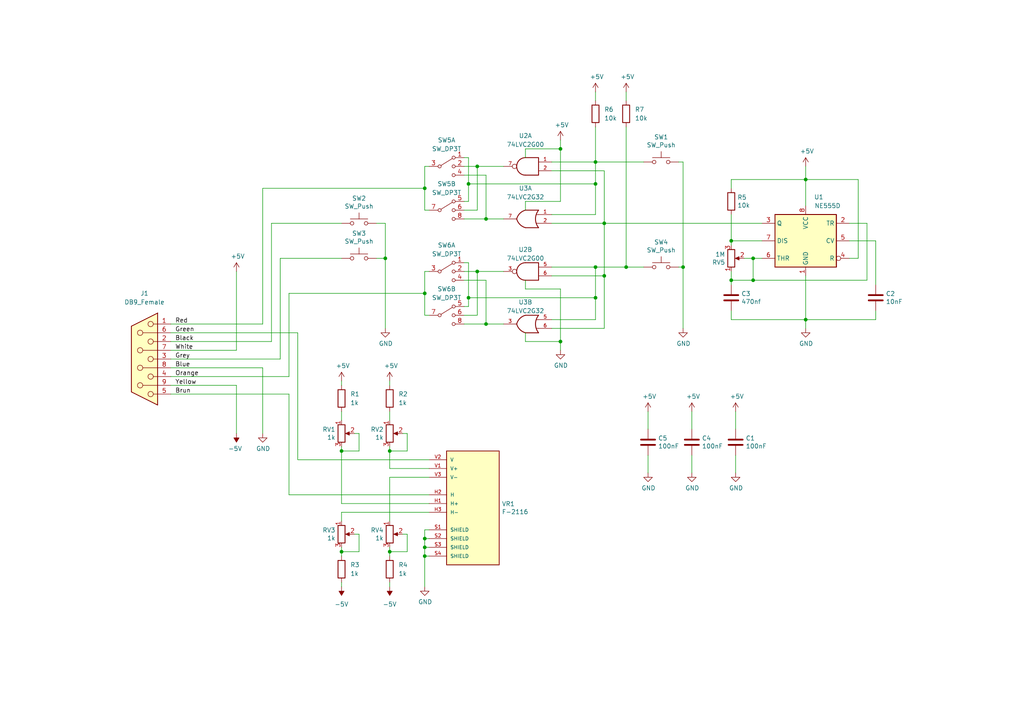
<source format=kicad_sch>
(kicad_sch (version 20211123) (generator eeschema)
  (paper "A4")
  (title_block (title "Vectrex Pad miniNeoGeo") (date "2022-04-20") (rev "1.1") (comment 1 "or send a letter to Creative Commons, PO Box 1866, Mountain View, CA 94042, USA.") (comment 2 "To view a copy of this license, visit http://creativecommons.org/licenses/by-sa/4.0/") (comment 3 "Attribution-ShareAlike 4.0 International License.") (comment 4 "This work is licensed under the Creative Commons"))
  (lib_symbols
    (symbol "74xGxx:74LVC2G00" (pin_names (offset 1.016))
      (property "Reference" "U" (at -2.54 3.81 0))
      (property "Value" "74LVC2G00" (at 0 -3.81 0))
      (symbol "74LVC2G00_0_1"
        (arc (start 0 -2.54) (mid 2.54 0) (end 0 2.54) (stroke (width 0.254)))
        (polyline (pts (xy 0 -2.54) (xy -3.81 -2.54) (xy -3.81 2.54) (xy 0 2.54)) (stroke (width 0.254)))
        (pin power_in line (at 0 -2.54 270) (length 0) hide (name "GND") (number "4"))
        (pin power_in line (at 0 2.54 90) (length 0) hide (name "VCC") (number "8"))
      )
      (symbol "74LVC2G00_1_1"
        (pin input line (at -7.62 1.27 0) (length 3.81) (name "~") (number "1"))
        (pin input line (at -7.62 -1.27 0) (length 3.81) (name "~") (number "2"))
        (pin output inverted (at 6.35 0 180) (length 3.81) (name "~") (number "7"))
      )
      (symbol "74LVC2G00_2_1"
        (pin output inverted (at 6.35 0 180) (length 3.81) (name "~") (number "3"))
        (pin input line (at -7.62 1.27 0) (length 3.81) (name "~") (number "5"))
        (pin input line (at -7.62 -1.27 0) (length 3.81) (name "~") (number "6"))
      )
    )
    (symbol "74xGxx:74LVC2G32" (pin_names (offset 1.016))
      (property "Reference" "U" (at -2.54 3.81 0))
      (property "Value" "74LVC2G32" (at 0 -3.81 0))
      (symbol "74LVC2G32_0_1"
        (arc (start -3.81 -2.54) (mid -2.919 0) (end -3.81 2.54) (stroke (width 0.254)))
        (arc (start 0 -2.54) (mid 1.601 -1.601) (end 2.54 0) (stroke (width 0.254)))
        (polyline (pts (xy -3.81 -1.27) (xy -3.175 -1.27)))
        (polyline (pts (xy -3.81 1.27) (xy -3.175 1.27)))
        (polyline (pts (xy 0 -2.54) (xy -3.81 -2.54)) (stroke (width 0.254)) (fill (type background)))
        (polyline (pts (xy 0 2.54) (xy -3.81 2.54)) (stroke (width 0.254)) (fill (type background)))
        (arc (start 2.54 0) (mid 1.6136 1.6136) (end 0 2.54) (stroke (width 0.254)))
        (pin power_in line (at 0 -2.54 270) (length 0) hide (name "GND") (number "4"))
        (pin power_in line (at 0 2.54 90) (length 0) hide (name "VCC") (number "8"))
      )
      (symbol "74LVC2G32_1_1"
        (pin input line (at -7.62 1.27 0) (length 3.81) (name "~") (number "1"))
        (pin input line (at -7.62 -1.27 0) (length 3.81) (name "~") (number "2"))
        (pin output line (at 6.35 0 180) (length 3.81) (name "~") (number "7"))
      )
      (symbol "74LVC2G32_2_1"
        (pin output line (at 6.35 0 180) (length 3.81) (name "~") (number "3"))
        (pin input line (at -7.62 1.27 0) (length 3.81) (name "~") (number "5"))
        (pin input line (at -7.62 -1.27 0) (length 3.81) (name "~") (number "6"))
      )
    )
    (symbol "Connector:DB9_Female" (pin_names (offset 1.016) hide)
      (property "Reference" "J" (at 0 13.97 0))
      (property "Value" "DB9_Female" (at 0 -14.605 0))
      (symbol "DB9_Female_0_1"
        (circle (center -1.778 -10.16) (radius 0.762))
        (circle (center -1.778 -5.08) (radius 0.762))
        (circle (center -1.778 0) (radius 0.762))
        (circle (center -1.778 5.08) (radius 0.762))
        (circle (center -1.778 10.16) (radius 0.762))
        (polyline (pts (xy -3.81 -10.16) (xy -2.54 -10.16)))
        (polyline (pts (xy -3.81 -7.62) (xy 0.508 -7.62)))
        (polyline (pts (xy -3.81 -5.08) (xy -2.54 -5.08)))
        (polyline (pts (xy -3.81 -2.54) (xy 0.508 -2.54)))
        (polyline (pts (xy -3.81 0) (xy -2.54 0)))
        (polyline (pts (xy -3.81 2.54) (xy 0.508 2.54)))
        (polyline (pts (xy -3.81 5.08) (xy -2.54 5.08)))
        (polyline (pts (xy -3.81 7.62) (xy 0.508 7.62)))
        (polyline (pts (xy -3.81 10.16) (xy -2.54 10.16)))
        (polyline (pts (xy -3.81 13.335) (xy -3.81 -13.335) (xy 3.81 -9.525) (xy 3.81 9.525) (xy -3.81 13.335)) (stroke (width 0.254)) (fill (type background)))
        (circle (center 1.27 -7.62) (radius 0.762))
        (circle (center 1.27 -2.54) (radius 0.762))
        (circle (center 1.27 2.54) (radius 0.762))
        (circle (center 1.27 7.62) (radius 0.762))
      )
      (symbol "DB9_Female_1_1"
        (pin passive line (at -7.62 10.16 0) (length 3.81) (name "1") (number "1"))
        (pin passive line (at -7.62 5.08 0) (length 3.81) (name "2") (number "2"))
        (pin passive line (at -7.62 0 0) (length 3.81) (name "3") (number "3"))
        (pin passive line (at -7.62 -5.08 0) (length 3.81) (name "4") (number "4"))
        (pin passive line (at -7.62 -10.16 0) (length 3.81) (name "5") (number "5"))
        (pin passive line (at -7.62 7.62 0) (length 3.81) (name "6") (number "6"))
        (pin passive line (at -7.62 2.54 0) (length 3.81) (name "7") (number "7"))
        (pin passive line (at -7.62 -2.54 0) (length 3.81) (name "8") (number "8"))
        (pin passive line (at -7.62 -7.62 0) (length 3.81) (name "9") (number "9"))
      )
    )
    (symbol "Device:C" (pin_numbers hide) (pin_names (offset 0.254))
      (property "Reference" "C" (at 0.635 2.54 0))
      (property "Value" "C" (at 0.635 -2.54 0))
      (symbol "C_0_1"
        (polyline (pts (xy -2.032 -0.762) (xy 2.032 -0.762)) (stroke (width 0.508)))
        (polyline (pts (xy -2.032 0.762) (xy 2.032 0.762)) (stroke (width 0.508)))
      )
      (symbol "C_1_1"
        (pin passive line (at 0 3.81 270) (length 2.794) (name "~") (number "1"))
        (pin passive line (at 0 -3.81 90) (length 2.794) (name "~") (number "2"))
      )
    )
    (symbol "Device:R" (pin_numbers hide) (pin_names (offset 0))
      (property "Reference" "R" (at 2.032 0 90))
      (property "Value" "R" (at 0 0 90))
      (symbol "R_0_1"
        (rectangle (start -1.016 -2.54) (end 1.016 2.54) (stroke (width 0.254)))
      )
      (symbol "R_1_1"
        (pin passive line (at 0 3.81 270) (length 1.27) (name "~") (number "1"))
        (pin passive line (at 0 -3.81 90) (length 1.27) (name "~") (number "2"))
      )
    )
    (symbol "Device:R_POT" (pin_names (offset 1.016) hide)
      (property "Reference" "RV" (at -4.445 0 90))
      (property "Value" "Device_R_POT" (at -2.54 0 90))
      (symbol "R_POT_0_1"
        (polyline (pts (xy 2.54 0) (xy 1.524 0)))
        (polyline (pts (xy 1.143 0) (xy 2.286 0.508) (xy 2.286 -0.508) (xy 1.143 0)) (fill (type outline)))
        (rectangle (start 1.016 2.54) (end -1.016 -2.54) (stroke (width 0.254)))
      )
      (symbol "R_POT_1_1"
        (pin passive line (at 0 3.81 270) (length 1.27) (name "1") (number "1"))
        (pin passive line (at 3.81 0 180) (length 1.27) (name "2") (number "2"))
        (pin passive line (at 0 -3.81 90) (length 1.27) (name "3") (number "3"))
      )
    )
    (symbol "Switch:SW_DP3T" (pin_names (offset 0) hide)
      (property "Reference" "SW" (at 0 5.08 0))
      (property "Value" "SW_DP3T" (at 0 -5.08 0))
      (symbol "SW_DP3T_0_1"
        (circle (center -2.032 0) (radius 0.4572))
        (polyline (pts (xy -1.651 0.254) (xy 1.651 2.286)))
        (circle (center 2.032 -2.54) (radius 0.4572))
        (circle (center 2.032 0) (radius 0.4572))
        (circle (center 2.032 2.54) (radius 0.4572))
      )
      (symbol "SW_DP3T_1_1"
        (pin passive line (at 5.08 2.54 180) (length 2.54) (name "1") (number "1"))
        (pin passive line (at 5.08 0 180) (length 2.54) (name "2") (number "2"))
        (pin passive line (at -5.08 0 0) (length 2.54) (name "3") (number "3"))
        (pin passive line (at 5.08 -2.54 180) (length 2.54) (name "4") (number "4"))
      )
      (symbol "SW_DP3T_2_1"
        (pin passive line (at 5.08 2.54 180) (length 2.54) (name "5") (number "5"))
        (pin passive line (at 5.08 0 180) (length 2.54) (name "6") (number "6"))
        (pin passive line (at -5.08 0 0) (length 2.54) (name "7") (number "7"))
        (pin passive line (at 5.08 -2.54 180) (length 2.54) (name "8") (number "8"))
      )
    )
    (symbol "Switch:SW_Push" (pin_numbers hide) (pin_names (offset 1.016) hide)
      (property "Reference" "SW" (at 1.27 2.54 0))
      (property "Value" "SW_Push" (at 0 -1.524 0))
      (symbol "SW_Push_0_1"
        (circle (center -2.032 0) (radius 0.508))
        (polyline (pts (xy 0 1.27) (xy 0 3.048)))
        (polyline (pts (xy 2.54 1.27) (xy -2.54 1.27)))
        (circle (center 2.032 0) (radius 0.508))
        (pin passive line (at -5.08 0 0) (length 2.54) (name "1") (number "1"))
        (pin passive line (at 5.08 0 180) (length 2.54) (name "2") (number "2"))
      )
    )
    (symbol "Timer:NE555D"
      (property "Reference" "U" (at -10.16 8.89 0))
      (property "Value" "NE555D" (at 2.54 8.89 0))
      (symbol "NE555D_0_0"
        (pin power_in line (at 0 -10.16 90) (length 2.54) (name "GND") (number "1"))
        (pin power_in line (at 0 10.16 270) (length 2.54) (name "VCC") (number "8"))
      )
      (symbol "NE555D_0_1"
        (rectangle (start -8.89 -7.62) (end 8.89 7.62) (stroke (width 0.254)) (fill (type background)))
        (rectangle (start -8.89 -7.62) (end 8.89 7.62) (stroke (width 0.254)) (fill (type background)))
      )
      (symbol "NE555D_1_1"
        (pin input line (at -12.7 5.08 0) (length 3.81) (name "TR") (number "2"))
        (pin output line (at 12.7 5.08 180) (length 3.81) (name "Q") (number "3"))
        (pin input inverted (at -12.7 -5.08 0) (length 3.81) (name "R") (number "4"))
        (pin input line (at -12.7 0 0) (length 3.81) (name "CV") (number "5"))
        (pin input line (at 12.7 -5.08 180) (length 3.81) (name "THR") (number "6"))
        (pin input line (at 12.7 0 180) (length 3.81) (name "DIS") (number "7"))
      )
    )
    (symbol "Vectrex_Pad:F-2116" (pin_names (offset 1.016))
      (property "Reference" "U" (at -7.62 16.002 0))
      (property "Value" "Vectrex_Pad_F-2116" (at -7.62 -20.32 0))
      (symbol "F-2116_0_0"
        (rectangle (start -7.62 -17.78) (end 7.62 15.24) (stroke (width 0.254)) (fill (type background)))
        (pin passive line (at -12.7 0 0) (length 5.08) (name "H+") (number "H1"))
        (pin passive line (at -12.7 2.54 0) (length 5.08) (name "H") (number "H2"))
        (pin passive line (at -12.7 -2.54 0) (length 5.08) (name "H-") (number "H3"))
        (pin passive line (at -12.7 -7.62 0) (length 5.08) (name "SHIELD") (number "S1"))
        (pin passive line (at -12.7 -10.16 0) (length 5.08) (name "SHIELD") (number "S2"))
        (pin passive line (at -12.7 -12.7 0) (length 5.08) (name "SHIELD") (number "S3"))
        (pin passive line (at -12.7 -15.24 0) (length 5.08) (name "SHIELD") (number "S4"))
        (pin passive line (at -12.7 10.16 0) (length 5.08) (name "V+") (number "V1"))
        (pin passive line (at -12.7 12.7 0) (length 5.08) (name "V") (number "V2"))
        (pin passive line (at -12.7 7.62 0) (length 5.08) (name "V-") (number "V3"))
      )
    )
    (symbol "power:+5V" (power) (pin_names (offset 0))
      (property "Value" "+5V" (at 0 3.556 0))
      (symbol "+5V_0_1"
        (polyline (pts (xy -0.762 1.27) (xy 0 2.54)))
        (polyline (pts (xy 0 0) (xy 0 2.54)))
        (polyline (pts (xy 0 2.54) (xy 0.762 1.27)))
      )
      (symbol "+5V_1_1"
        (pin power_in line (at 0 0 90) (length 0) hide (name "+5V") (number "1"))
      )
    )
    (symbol "power:-5V" (power) (pin_names (offset 0))
      (property "Value" "-5V" (at 0 3.81 0))
      (symbol "-5V_0_0"
        (pin power_in line (at 0 0 90) (length 0) hide (name "-5V") (number "1"))
      )
      (symbol "-5V_0_1"
        (polyline (pts (xy 0 0) (xy 0 1.27) (xy 0.762 1.27) (xy 0 2.54) (xy -0.762 1.27) (xy 0 1.27)) (fill (type outline)))
      )
    )
    (symbol "power:GND" (power) (pin_names (offset 0))
      (property "Value" "GND" (at 0 -3.81 0))
      (symbol "GND_0_1"
        (polyline (pts (xy 0 0) (xy 0 -1.27) (xy 1.27 -1.27) (xy 0 -2.54) (xy -1.27 -1.27) (xy 0 -1.27)))
      )
      (symbol "GND_1_1"
        (pin power_in line (at 0 0 270) (length 0) hide (name "GND") (number "1"))
      )
    )
  )
  (junction (at 123.19 161.29))
  (junction (at 113.03 130.81))
  (junction (at 175.26 64.77))
  (junction (at 162.56 43.18))
  (junction (at 111.76 74.93))
  (junction (at 198.12 77.47))
  (junction (at 138.43 48.26))
  (junction (at 172.72 86.36))
  (junction (at 123.19 158.75))
  (junction (at 123.19 85.09))
  (junction (at 135.89 53.34))
  (junction (at 135.89 86.36))
  (junction (at 123.19 156.21))
  (junction (at 99.06 160.02))
  (junction (at 172.72 77.47))
  (junction (at 140.97 93.98))
  (junction (at 172.72 53.34))
  (junction (at 113.03 160.02))
  (junction (at 218.44 74.93))
  (junction (at 162.56 99.06))
  (junction (at 233.68 92.71))
  (junction (at 218.44 81.28))
  (junction (at 175.26 80.01))
  (junction (at 140.97 63.5))
  (junction (at 212.09 69.85))
  (junction (at 123.19 54.61))
  (junction (at 181.61 77.47))
  (junction (at 138.43 78.74))
  (junction (at 99.06 130.81))
  (junction (at 172.72 46.99))
  (junction (at 233.68 52.07))
  (junction (at 212.09 81.28))
  (wire (pts (xy 212.09 69.85) (xy 212.09 71.12)))
  (wire (pts (xy 187.96 119.38) (xy 187.96 124.46)))
  (wire (pts (xy 134.62 76.2) (xy 135.89 76.2)))
  (wire (pts (xy 140.97 93.98) (xy 146.05 93.98)))
  (wire (pts (xy 175.26 80.01) (xy 175.26 95.25)))
  (wire (pts (xy 233.68 92.71) (xy 233.68 95.25)))
  (wire (pts (xy 152.4 45.72) (xy 152.4 43.18)))
  (wire (pts (xy 162.56 43.18) (xy 162.56 58.42)))
  (wire (pts (xy 78.74 64.77) (xy 99.06 64.77)))
  (wire (pts (xy 218.44 81.28) (xy 251.46 81.28)))
  (wire (pts (xy 99.06 129.54) (xy 99.06 130.81)))
  (wire (pts (xy 86.36 96.52) (xy 86.36 133.35)))
  (wire (pts (xy 140.97 50.8) (xy 140.97 63.5)))
  (wire (pts (xy 134.62 48.26) (xy 138.43 48.26)))
  (wire (pts (xy 254 69.85) (xy 254 82.55)))
  (wire (pts (xy 181.61 26.67) (xy 181.61 29.21)))
  (wire (pts (xy 135.89 53.34) (xy 172.72 53.34)))
  (wire (pts (xy 104.14 130.81) (xy 99.06 130.81)))
  (wire (pts (xy 160.02 46.99) (xy 172.72 46.99)))
  (wire (pts (xy 172.72 26.67) (xy 172.72 29.21)))
  (wire (pts (xy 246.38 69.85) (xy 254 69.85)))
  (wire (pts (xy 83.82 109.22) (xy 83.82 85.09)))
  (wire (pts (xy 187.96 132.08) (xy 187.96 137.16)))
  (wire (pts (xy 116.84 125.73) (xy 118.11 125.73)))
  (wire (pts (xy 160.02 62.23) (xy 172.72 62.23)))
  (wire (pts (xy 113.03 158.75) (xy 113.03 160.02)))
  (wire (pts (xy 104.14 160.02) (xy 99.06 160.02)))
  (wire (pts (xy 124.46 156.21) (xy 123.19 156.21)))
  (wire (pts (xy 212.09 52.07) (xy 212.09 54.61)))
  (wire (pts (xy 102.87 125.73) (xy 104.14 125.73)))
  (wire (pts (xy 152.4 58.42) (xy 152.4 60.96)))
  (wire (pts (xy 246.38 74.93) (xy 248.92 74.93)))
  (wire (pts (xy 99.06 146.05) (xy 124.46 146.05)))
  (wire (pts (xy 152.4 99.06) (xy 162.56 99.06)))
  (wire (pts (xy 109.22 64.77) (xy 111.76 64.77)))
  (wire (pts (xy 124.46 153.67) (xy 123.19 153.67)))
  (wire (pts (xy 99.06 130.81) (xy 99.06 146.05)))
  (wire (pts (xy 162.56 99.06) (xy 162.56 101.6)))
  (wire (pts (xy 254 90.17) (xy 254 92.71)))
  (wire (pts (xy 81.28 104.14) (xy 81.28 74.93)))
  (wire (pts (xy 118.11 125.73) (xy 118.11 130.81)))
  (wire (pts (xy 123.19 158.75) (xy 123.19 161.29)))
  (wire (pts (xy 99.06 119.38) (xy 99.06 121.92)))
  (wire (pts (xy 113.03 130.81) (xy 113.03 135.89)))
  (wire (pts (xy 162.56 40.64) (xy 162.56 43.18)))
  (wire (pts (xy 140.97 63.5) (xy 134.62 63.5)))
  (wire (pts (xy 135.89 45.72) (xy 135.89 53.34)))
  (wire (pts (xy 134.62 45.72) (xy 135.89 45.72)))
  (wire (pts (xy 109.22 74.93) (xy 111.76 74.93)))
  (wire (pts (xy 124.46 143.51) (xy 83.82 143.51)))
  (wire (pts (xy 135.89 76.2) (xy 135.89 86.36)))
  (wire (pts (xy 118.11 154.94) (xy 118.11 160.02)))
  (wire (pts (xy 248.92 74.93) (xy 248.92 52.07)))
  (wire (pts (xy 213.36 119.38) (xy 213.36 124.46)))
  (wire (pts (xy 152.4 43.18) (xy 162.56 43.18)))
  (wire (pts (xy 124.46 133.35) (xy 86.36 133.35)))
  (wire (pts (xy 181.61 77.47) (xy 186.69 77.47)))
  (wire (pts (xy 113.03 110.49) (xy 113.03 111.76)))
  (wire (pts (xy 135.89 88.9) (xy 134.62 88.9)))
  (wire (pts (xy 68.58 111.76) (xy 68.58 125.73)))
  (wire (pts (xy 83.82 114.3) (xy 83.82 143.51)))
  (wire (pts (xy 134.62 78.74) (xy 138.43 78.74)))
  (wire (pts (xy 138.43 48.26) (xy 138.43 60.96)))
  (wire (pts (xy 200.66 132.08) (xy 200.66 137.16)))
  (wire (pts (xy 218.44 74.93) (xy 220.98 74.93)))
  (wire (pts (xy 99.06 160.02) (xy 99.06 161.29)))
  (wire (pts (xy 160.02 64.77) (xy 175.26 64.77)))
  (wire (pts (xy 49.53 106.68) (xy 76.2 106.68)))
  (wire (pts (xy 138.43 60.96) (xy 134.62 60.96)))
  (wire (pts (xy 135.89 53.34) (xy 135.89 58.42)))
  (wire (pts (xy 76.2 93.98) (xy 76.2 54.61)))
  (wire (pts (xy 123.19 60.96) (xy 124.46 60.96)))
  (wire (pts (xy 233.68 52.07) (xy 212.09 52.07)))
  (wire (pts (xy 124.46 158.75) (xy 123.19 158.75)))
  (wire (pts (xy 218.44 74.93) (xy 218.44 81.28)))
  (wire (pts (xy 102.87 154.94) (xy 104.14 154.94)))
  (wire (pts (xy 213.36 132.08) (xy 213.36 137.16)))
  (wire (pts (xy 104.14 154.94) (xy 104.14 160.02)))
  (wire (pts (xy 123.19 156.21) (xy 123.19 158.75)))
  (wire (pts (xy 76.2 54.61) (xy 123.19 54.61)))
  (wire (pts (xy 198.12 46.99) (xy 198.12 77.47)))
  (wire (pts (xy 196.85 46.99) (xy 198.12 46.99)))
  (wire (pts (xy 172.72 77.47) (xy 181.61 77.47)))
  (wire (pts (xy 172.72 53.34) (xy 172.72 62.23)))
  (wire (pts (xy 135.89 86.36) (xy 172.72 86.36)))
  (wire (pts (xy 76.2 106.68) (xy 76.2 125.73)))
  (wire (pts (xy 49.53 101.6) (xy 68.58 101.6)))
  (wire (pts (xy 138.43 91.44) (xy 134.62 91.44)))
  (wire (pts (xy 99.06 168.91) (xy 99.06 170.18)))
  (wire (pts (xy 111.76 74.93) (xy 111.76 95.25)))
  (wire (pts (xy 134.62 50.8) (xy 140.97 50.8)))
  (wire (pts (xy 123.19 85.09) (xy 123.19 91.44)))
  (wire (pts (xy 111.76 64.77) (xy 111.76 74.93)))
  (wire (pts (xy 160.02 49.53) (xy 175.26 49.53)))
  (wire (pts (xy 123.19 91.44) (xy 124.46 91.44)))
  (wire (pts (xy 49.53 104.14) (xy 81.28 104.14)))
  (wire (pts (xy 172.72 36.83) (xy 172.72 46.99)))
  (wire (pts (xy 138.43 78.74) (xy 138.43 91.44)))
  (wire (pts (xy 104.14 125.73) (xy 104.14 130.81)))
  (wire (pts (xy 138.43 48.26) (xy 146.05 48.26)))
  (wire (pts (xy 134.62 81.28) (xy 140.97 81.28)))
  (wire (pts (xy 233.68 52.07) (xy 233.68 48.26)))
  (wire (pts (xy 254 92.71) (xy 233.68 92.71)))
  (wire (pts (xy 123.19 48.26) (xy 123.19 54.61)))
  (wire (pts (xy 123.19 153.67) (xy 123.19 156.21)))
  (wire (pts (xy 113.03 119.38) (xy 113.03 121.92)))
  (wire (pts (xy 220.98 69.85) (xy 212.09 69.85)))
  (wire (pts (xy 233.68 80.01) (xy 233.68 92.71)))
  (wire (pts (xy 135.89 58.42) (xy 134.62 58.42)))
  (wire (pts (xy 160.02 77.47) (xy 172.72 77.47)))
  (wire (pts (xy 200.66 119.38) (xy 200.66 124.46)))
  (wire (pts (xy 49.53 93.98) (xy 76.2 93.98)))
  (wire (pts (xy 175.26 64.77) (xy 220.98 64.77)))
  (wire (pts (xy 248.92 52.07) (xy 233.68 52.07)))
  (wire (pts (xy 78.74 99.06) (xy 78.74 64.77)))
  (wire (pts (xy 212.09 90.17) (xy 212.09 92.71)))
  (wire (pts (xy 160.02 95.25) (xy 175.26 95.25)))
  (wire (pts (xy 172.72 86.36) (xy 172.72 92.71)))
  (wire (pts (xy 99.06 158.75) (xy 99.06 160.02)))
  (wire (pts (xy 251.46 64.77) (xy 246.38 64.77)))
  (wire (pts (xy 124.46 78.74) (xy 123.19 78.74)))
  (wire (pts (xy 212.09 92.71) (xy 233.68 92.71)))
  (wire (pts (xy 196.85 77.47) (xy 198.12 77.47)))
  (wire (pts (xy 86.36 96.52) (xy 49.53 96.52)))
  (wire (pts (xy 233.68 52.07) (xy 233.68 59.69)))
  (wire (pts (xy 162.56 58.42) (xy 152.4 58.42)))
  (wire (pts (xy 212.09 82.55) (xy 212.09 81.28)))
  (wire (pts (xy 118.11 130.81) (xy 113.03 130.81)))
  (wire (pts (xy 135.89 86.36) (xy 135.89 88.9)))
  (wire (pts (xy 198.12 77.47) (xy 198.12 95.25)))
  (wire (pts (xy 124.46 161.29) (xy 123.19 161.29)))
  (wire (pts (xy 113.03 138.43) (xy 124.46 138.43)))
  (wire (pts (xy 123.19 161.29) (xy 123.19 170.18)))
  (wire (pts (xy 124.46 48.26) (xy 123.19 48.26)))
  (wire (pts (xy 152.4 96.52) (xy 152.4 99.06)))
  (wire (pts (xy 138.43 78.74) (xy 146.05 78.74)))
  (wire (pts (xy 49.53 111.76) (xy 68.58 111.76)))
  (wire (pts (xy 152.4 83.82) (xy 162.56 83.82)))
  (wire (pts (xy 99.06 148.59) (xy 99.06 151.13)))
  (wire (pts (xy 49.53 99.06) (xy 78.74 99.06)))
  (wire (pts (xy 123.19 54.61) (xy 123.19 60.96)))
  (wire (pts (xy 172.72 46.99) (xy 172.72 53.34)))
  (wire (pts (xy 172.72 77.47) (xy 172.72 86.36)))
  (wire (pts (xy 215.9 74.93) (xy 218.44 74.93)))
  (wire (pts (xy 113.03 135.89) (xy 124.46 135.89)))
  (wire (pts (xy 175.26 64.77) (xy 175.26 80.01)))
  (wire (pts (xy 81.28 74.93) (xy 99.06 74.93)))
  (wire (pts (xy 140.97 63.5) (xy 146.05 63.5)))
  (wire (pts (xy 113.03 129.54) (xy 113.03 130.81)))
  (wire (pts (xy 124.46 148.59) (xy 99.06 148.59)))
  (wire (pts (xy 175.26 49.53) (xy 175.26 64.77)))
  (wire (pts (xy 181.61 36.83) (xy 181.61 77.47)))
  (wire (pts (xy 140.97 81.28) (xy 140.97 93.98)))
  (wire (pts (xy 113.03 168.91) (xy 113.03 170.18)))
  (wire (pts (xy 162.56 83.82) (xy 162.56 99.06)))
  (wire (pts (xy 123.19 78.74) (xy 123.19 85.09)))
  (wire (pts (xy 172.72 46.99) (xy 186.69 46.99)))
  (wire (pts (xy 152.4 81.28) (xy 152.4 83.82)))
  (wire (pts (xy 212.09 69.85) (xy 212.09 62.23)))
  (wire (pts (xy 160.02 92.71) (xy 172.72 92.71)))
  (wire (pts (xy 68.58 101.6) (xy 68.58 78.74)))
  (wire (pts (xy 118.11 160.02) (xy 113.03 160.02)))
  (wire (pts (xy 160.02 80.01) (xy 175.26 80.01)))
  (wire (pts (xy 113.03 160.02) (xy 113.03 161.29)))
  (wire (pts (xy 218.44 81.28) (xy 212.09 81.28)))
  (wire (pts (xy 113.03 151.13) (xy 113.03 138.43)))
  (wire (pts (xy 99.06 110.49) (xy 99.06 111.76)))
  (wire (pts (xy 49.53 109.22) (xy 83.82 109.22)))
  (wire (pts (xy 116.84 154.94) (xy 118.11 154.94)))
  (wire (pts (xy 251.46 81.28) (xy 251.46 64.77)))
  (wire (pts (xy 212.09 78.74) (xy 212.09 81.28)))
  (wire (pts (xy 83.82 85.09) (xy 123.19 85.09)))
  (wire (pts (xy 140.97 93.98) (xy 134.62 93.98)))
  (wire (pts (xy 83.82 114.3) (xy 49.53 114.3)))
  (label "Orange" (at 50.8 109.22 0))
  (label "Brun" (at 50.8 114.3 0))
  (label "Red" (at 50.8 93.98 0))
  (label "Grey" (at 50.8 104.14 0))
  (label "White" (at 50.8 101.6 0))
  (label "Green" (at 50.8 96.52 0))
  (label "Black" (at 50.8 99.06 0))
  (label "Yellow" (at 50.8 111.76 0))
  (label "Blue" (at 50.8 106.68 0))
  (symbol (lib_id "Vectrex_Pad:F-2116") (at 137.16 146.05 0) (unit 1)
    (property "Reference" "VR1" (at 145.542 146.1516 0) (effects (justify left)))
    (property "Value" "F-2116" (at 145.542 148.463 0) (effects (justify left)))
    (property "Footprint" "Vectrex Pad miniNeoGeo:F-2116" (effects hide))
    (property "MANUFACTURER" "F" (effects hide))
    (property "PARTREV" "N/A" (effects hide))
    (property "MAXIMUM_PACKAGE_HEIGHT" "19mm" (effects hide))
    (property "STANDARD" "Manufacturer Recommendations" (effects hide))
  )
  (symbol (lib_id "power:GND") (at 123.19 170.18 0) (unit 1)
    (property "Reference" "#PWR0101" (effects hide))
    (property "Value" "GND" (at 123.317 174.5742 0))
  )
  (symbol (lib_id "Switch:SW_Push") (at 104.14 74.93 0) (unit 1)
    (property "Reference" "SW3" (at 104.14 67.691 0))
    (property "Value" "SW_Push" (at 104.14 70.0024 0))
    (property "Footprint" "Vectrex Pad miniNeoGeo:Silicon Button 5mm Medium" (effects hide))
  )
  (symbol (lib_id "Switch:SW_Push") (at 104.14 64.77 0) (unit 1)
    (property "Reference" "SW2" (at 104.14 57.531 0))
    (property "Value" "SW_Push" (at 104.14 59.8424 0))
    (property "Footprint" "Vectrex Pad miniNeoGeo:Silicon Button 5mm Medium" (effects hide))
  )
  (symbol (lib_id "Device:R_POT") (at 99.06 125.73 0) (unit 1)
    (property "Reference" "RV1" (at 97.3074 124.5616 0) (effects (justify right)))
    (property "Value" "1k" (at 97.3074 126.873 0) (effects (justify right)))
    (property "Footprint" "Potentiometer_THT:Potentiometer_ACP_CA9-V10_Vertical_Hole" (effects hide))
  )
  (symbol (lib_id "Device:R_POT") (at 113.03 125.73 0) (unit 1)
    (property "Reference" "RV2" (at 111.2774 124.5616 0) (effects (justify right)))
    (property "Value" "1k" (at 111.2774 126.873 0) (effects (justify right)))
    (property "Footprint" "Potentiometer_THT:Potentiometer_ACP_CA9-V10_Vertical_Hole" (effects hide))
  )
  (symbol (lib_id "Timer:NE555D") (at 233.68 69.85 0) (mirror y) (unit 1)
    (property "Reference" "U1" (at 237.49 57.15 0))
    (property "Value" "NE555D" (at 240.03 59.69 0))
    (property "Footprint" "Package_SO:TSSOP-8_4.4x3mm_P0.65mm" (effects hide))
    (property "Datasheet" "http://www.ti.com/lit/ds/symlink/ne555.pdf" (effects hide))
  )
  (symbol (lib_id "Device:R_POT") (at 212.09 74.93 0) (mirror x) (unit 1)
    (property "Reference" "RV5" (at 210.3374 76.0984 0) (effects (justify right)))
    (property "Value" "1M" (at 210.3374 73.787 0) (effects (justify right)))
    (property "Footprint" "Potentiometer_THT:Potentiometer_ACP_CA9-V10_Vertical_Hole" (effects hide))
  )
  (symbol (lib_id "Device:R") (at 212.09 58.42 0) (unit 1)
    (property "Reference" "R5" (at 213.868 57.2516 0) (effects (justify left)))
    (property "Value" "10k" (at 213.868 59.563 0) (effects (justify left)))
    (property "Footprint" "Resistor_SMD:R_0805_2012Metric" (effects hide))
  )
  (symbol (lib_id "Device:C") (at 212.09 86.36 0) (unit 1)
    (property "Reference" "C3" (at 215.011 85.1916 0) (effects (justify left)))
    (property "Value" "470nf" (at 215.011 87.503 0) (effects (justify left)))
    (property "Footprint" "Capacitor_SMD:C_0805_2012Metric" (effects hide))
  )
  (symbol (lib_id "power:GND") (at 111.76 95.25 0) (unit 1)
    (property "Reference" "#PWR0105" (effects hide))
    (property "Value" "GND" (at 111.887 99.6442 0))
  )
  (symbol (lib_id "power:GND") (at 76.2 125.73 0) (unit 1)
    (property "Reference" "#PWR0102" (effects hide))
    (property "Value" "GND" (at 76.327 130.1242 0))
  )
  (symbol (lib_id "power:-5V") (at 68.58 125.73 180) (unit 1)
    (property "Reference" "#PWR0103" (effects hide))
    (property "Value" "-5V" (at 68.199 130.1242 0))
  )
  (symbol (lib_id "power:+5V") (at 68.58 78.74 0) (unit 1)
    (property "Reference" "#PWR0104" (effects hide))
    (property "Value" "+5V" (at 68.961 74.3458 0))
  )
  (symbol (lib_id "power:+5V") (at 99.06 110.49 0) (unit 1)
    (property "Reference" "#PWR0106" (effects hide))
    (property "Value" "+5V" (at 99.441 106.0958 0))
  )
  (symbol (lib_id "power:+5V") (at 113.03 110.49 0) (unit 1)
    (property "Reference" "#PWR0107" (effects hide))
    (property "Value" "+5V" (at 113.411 106.0958 0))
  )
  (symbol (lib_id "power:+5V") (at 233.68 48.26 0) (unit 1)
    (property "Reference" "#PWR0110" (effects hide))
    (property "Value" "+5V" (at 234.061 43.8658 0))
  )
  (symbol (lib_id "power:GND") (at 233.68 95.25 0) (unit 1)
    (property "Reference" "#PWR0111" (effects hide))
    (property "Value" "GND" (at 233.807 99.6442 0))
  )
  (symbol (lib_id "Device:C") (at 254 86.36 0) (unit 1)
    (property "Reference" "C2" (at 256.921 85.1916 0) (effects (justify left)))
    (property "Value" "10nF" (at 256.921 87.503 0) (effects (justify left)))
    (property "Footprint" "Capacitor_SMD:C_0805_2012Metric" (effects hide))
  )
  (symbol (lib_id "Switch:SW_Push") (at 191.77 77.47 0) (unit 1)
    (property "Reference" "SW4" (at 191.77 70.231 0))
    (property "Value" "SW_Push" (at 191.77 72.5424 0))
    (property "Footprint" "Vectrex Pad miniNeoGeo:Silicon Button 5mm Medium" (effects hide))
  )
  (symbol (lib_id "74xGxx:74LVC2G00") (at 152.4 48.26 0) (mirror y) (unit 1)
    (property "Reference" "U2" (at 152.4 39.37 0))
    (property "Value" "74LVC2G00" (at 152.4 41.91 0))
    (property "Footprint" "Vectrex Pad miniNeoGeo:SSOP-8_2.95x2.8mm_P0.65mm" (effects hide))
    (property "Datasheet" "http://www.ti.com/lit/sg/scyt129e/scyt129e.pdf" (effects hide))
  )
  (symbol (lib_id "Device:R_POT") (at 113.03 154.94 0) (unit 1)
    (property "Reference" "RV4" (at 111.2774 153.7716 0) (effects (justify right)))
    (property "Value" "1k" (at 111.2774 156.083 0) (effects (justify right)))
    (property "Footprint" "Potentiometer_THT:Potentiometer_ACP_CA9-V10_Vertical_Hole" (effects hide))
  )
  (symbol (lib_id "Device:C") (at 187.96 128.27 0) (unit 1)
    (property "Reference" "C5" (at 190.881 127.1016 0) (effects (justify left)))
    (property "Value" "100nF" (at 190.881 129.413 0) (effects (justify left)))
    (property "Footprint" "Capacitor_SMD:C_0805_2012Metric" (effects hide))
  )
  (symbol (lib_id "Device:R") (at 172.72 33.02 0) (unit 1)
    (property "Reference" "R6" (at 175.26 31.7499 0) (effects (justify left)))
    (property "Value" "10k" (at 175.26 34.2899 0) (effects (justify left)))
    (property "Footprint" "Resistor_SMD:R_0805_2012Metric" (effects hide))
  )
  (symbol (lib_id "Switch:SW_DP3T") (at 129.54 91.44 0) (unit 2)
    (property "Reference" "SW6" (at 129.54 83.82 0))
    (property "Value" "SW_DP3T" (at 129.54 86.36 0))
    (property "Footprint" "Vectrex Pad miniNeoGeo:OS203011MS1QP1" (effects hide))
  )
  (symbol (lib_id "power:+5V") (at 181.61 26.67 0) (unit 1)
    (property "Reference" "#PWR0118" (effects hide))
    (property "Value" "+5V" (at 181.991 22.2758 0))
  )
  (symbol (lib_id "power:-5V") (at 99.06 170.18 180) (unit 1)
    (property "Reference" "#PWR0109" (effects hide))
    (property "Value" "-5V" (at 99.06 175.26 0))
  )
  (symbol (lib_id "power:+5V") (at 213.36 119.38 0) (unit 1)
    (property "Reference" "#PWR0113" (effects hide))
    (property "Value" "+5V" (at 213.741 114.9858 0))
  )
  (symbol (lib_id "power:-5V") (at 113.03 170.18 180) (unit 1)
    (property "Reference" "#PWR0108" (effects hide))
    (property "Value" "-5V" (at 113.03 175.26 0))
  )
  (symbol (lib_id "power:+5V") (at 187.96 119.38 0) (unit 1)
    (property "Reference" "#PWR0121" (effects hide))
    (property "Value" "+5V" (at 188.341 114.9858 0))
  )
  (symbol (lib_id "Device:C") (at 200.66 128.27 0) (unit 1)
    (property "Reference" "C4" (at 203.581 127.1016 0) (effects (justify left)))
    (property "Value" "100nF" (at 203.581 129.413 0) (effects (justify left)))
    (property "Footprint" "Capacitor_SMD:C_0805_2012Metric" (effects hide))
  )
  (symbol (lib_id "Device:R_POT") (at 99.06 154.94 0) (unit 1)
    (property "Reference" "RV3" (at 97.3074 153.7716 0) (effects (justify right)))
    (property "Value" "1k" (at 97.3074 156.083 0) (effects (justify right)))
    (property "Footprint" "Potentiometer_THT:Potentiometer_ACP_CA9-V10_Vertical_Hole" (effects hide))
  )
  (symbol (lib_id "Device:R") (at 99.06 115.57 0) (unit 1)
    (property "Reference" "R1" (at 101.6 114.2999 0) (effects (justify left)))
    (property "Value" "1k" (at 101.6 116.8399 0) (effects (justify left)))
    (property "Footprint" "Resistor_SMD:R_0805_2012Metric" (effects hide))
  )
  (symbol (lib_id "Device:R") (at 181.61 33.02 0) (unit 1)
    (property "Reference" "R7" (at 184.15 31.7499 0) (effects (justify left)))
    (property "Value" "10k" (at 184.15 34.2899 0) (effects (justify left)))
    (property "Footprint" "Resistor_SMD:R_0805_2012Metric" (effects hide))
  )
  (symbol (lib_id "Switch:SW_DP3T") (at 129.54 60.96 0) (unit 2)
    (property "Reference" "SW5" (at 129.54 53.34 0))
    (property "Value" "SW_DP3T" (at 129.54 55.88 0))
    (property "Footprint" "Vectrex Pad miniNeoGeo:OS203011MS1QP1" (effects hide))
  )
  (symbol (lib_id "power:GND") (at 198.12 95.25 0) (unit 1)
    (property "Reference" "#PWR0112" (effects hide))
    (property "Value" "GND" (at 198.247 99.6442 0))
  )
  (symbol (lib_id "74xGxx:74LVC2G32") (at 152.4 63.5 0) (mirror y) (unit 1)
    (property "Reference" "U3" (at 152.4 54.61 0))
    (property "Value" "74LVC2G32" (at 152.4 57.15 0))
    (property "Footprint" "Vectrex Pad miniNeoGeo:SSOP-8_2.95x2.8mm_P0.65mm" (effects hide))
    (property "Datasheet" "http://www.ti.com/lit/sg/scyt129e/scyt129e.pdf" (effects hide))
  )
  (symbol (lib_id "power:GND") (at 187.96 137.16 0) (unit 1)
    (property "Reference" "#PWR0122" (effects hide))
    (property "Value" "GND" (at 188.087 141.5542 0))
  )
  (symbol (lib_id "power:+5V") (at 162.56 40.64 0) (unit 1)
    (property "Reference" "#PWR0119" (effects hide))
    (property "Value" "+5V" (at 162.941 36.2458 0))
  )
  (symbol (lib_id "74xGxx:74LVC2G32") (at 152.4 93.98 0) (mirror y) (unit 2)
    (property "Reference" "U3" (at 152.4 87.63 0))
    (property "Value" "74LVC2G32" (at 152.4 90.17 0))
    (property "Footprint" "Vectrex Pad miniNeoGeo:SSOP-8_2.95x2.8mm_P0.65mm" (effects hide))
    (property "Datasheet" "http://www.ti.com/lit/sg/scyt129e/scyt129e.pdf" (effects hide))
  )
  (symbol (lib_id "Switch:SW_DP3T") (at 129.54 78.74 0) (unit 1)
    (property "Reference" "SW6" (at 129.54 71.12 0))
    (property "Value" "SW_DP3T" (at 129.54 73.66 0))
    (property "Footprint" "Vectrex Pad miniNeoGeo:OS203011MS1QP1" (effects hide))
  )
  (symbol (lib_id "Device:R") (at 113.03 165.1 0) (unit 1)
    (property "Reference" "R4" (at 115.57 163.8299 0) (effects (justify left)))
    (property "Value" "1k" (at 115.57 166.3699 0) (effects (justify left)))
    (property "Footprint" "Resistor_SMD:R_0805_2012Metric" (effects hide))
  )
  (symbol (lib_id "74xGxx:74LVC2G00") (at 152.4 78.74 0) (mirror y) (unit 2)
    (property "Reference" "U2" (at 152.4 72.39 0))
    (property "Value" "74LVC2G00" (at 152.4 74.93 0))
    (property "Footprint" "Vectrex Pad miniNeoGeo:SSOP-8_2.95x2.8mm_P0.65mm" (effects hide))
    (property "Datasheet" "http://www.ti.com/lit/sg/scyt129e/scyt129e.pdf" (effects hide))
  )
  (symbol (lib_id "power:GND") (at 162.56 101.6 0) (unit 1)
    (property "Reference" "#PWR0120" (effects hide))
    (property "Value" "GND" (at 162.687 105.9942 0))
  )
  (symbol (lib_id "power:GND") (at 200.66 137.16 0) (unit 1)
    (property "Reference" "#PWR0115" (effects hide))
    (property "Value" "GND" (at 200.787 141.5542 0))
  )
  (symbol (lib_id "Device:C") (at 213.36 128.27 0) (unit 1)
    (property "Reference" "C1" (at 216.281 127.1016 0) (effects (justify left)))
    (property "Value" "100nF" (at 216.281 129.413 0) (effects (justify left)))
    (property "Footprint" "Capacitor_SMD:C_0805_2012Metric" (effects hide))
  )
  (symbol (lib_id "Connector:DB9_Female") (at 41.91 104.14 0) (mirror y) (unit 1)
    (property "Reference" "J1" (at 41.91 85.09 0))
    (property "Value" "DB9_Female" (at 41.91 87.63 0))
    (property "Footprint" "Vectrex Pad miniNeoGeo:DB9" (effects hide))
    (property "Datasheet" " ~" (effects hide))
  )
  (symbol (lib_id "Device:R") (at 113.03 115.57 0) (unit 1)
    (property "Reference" "R2" (at 115.57 114.2999 0) (effects (justify left)))
    (property "Value" "1k" (at 115.57 116.8399 0) (effects (justify left)))
    (property "Footprint" "Resistor_SMD:R_0805_2012Metric" (effects hide))
  )
  (symbol (lib_id "power:GND") (at 213.36 137.16 0) (unit 1)
    (property "Reference" "#PWR0116" (effects hide))
    (property "Value" "GND" (at 213.487 141.5542 0))
  )
  (symbol (lib_id "power:+5V") (at 200.66 119.38 0) (unit 1)
    (property "Reference" "#PWR0114" (effects hide))
    (property "Value" "+5V" (at 201.041 114.9858 0))
  )
  (symbol (lib_id "Device:R") (at 99.06 165.1 0) (unit 1)
    (property "Reference" "R3" (at 101.6 163.8299 0) (effects (justify left)))
    (property "Value" "1k" (at 101.6 166.3699 0) (effects (justify left)))
    (property "Footprint" "Resistor_SMD:R_0805_2012Metric" (effects hide))
  )
  (symbol (lib_id "Switch:SW_Push") (at 191.77 46.99 0) (unit 1)
    (property "Reference" "SW1" (at 191.77 39.751 0))
    (property "Value" "SW_Push" (at 191.77 42.0624 0))
    (property "Footprint" "Vectrex Pad miniNeoGeo:Silicon Button 5mm Medium" (effects hide))
  )
  (symbol (lib_id "Switch:SW_DP3T") (at 129.54 48.26 0) (unit 1)
    (property "Reference" "SW5" (at 129.54 40.64 0))
    (property "Value" "SW_DP3T" (at 129.54 43.18 0))
    (property "Footprint" "Vectrex Pad miniNeoGeo:OS203011MS1QP1" (effects hide))
  )
  (symbol (lib_id "power:+5V") (at 172.72 26.67 0) (unit 1)
    (property "Reference" "#PWR0117" (effects hide))
    (property "Value" "+5V" (at 173.101 22.2758 0))
  )
)
</source>
